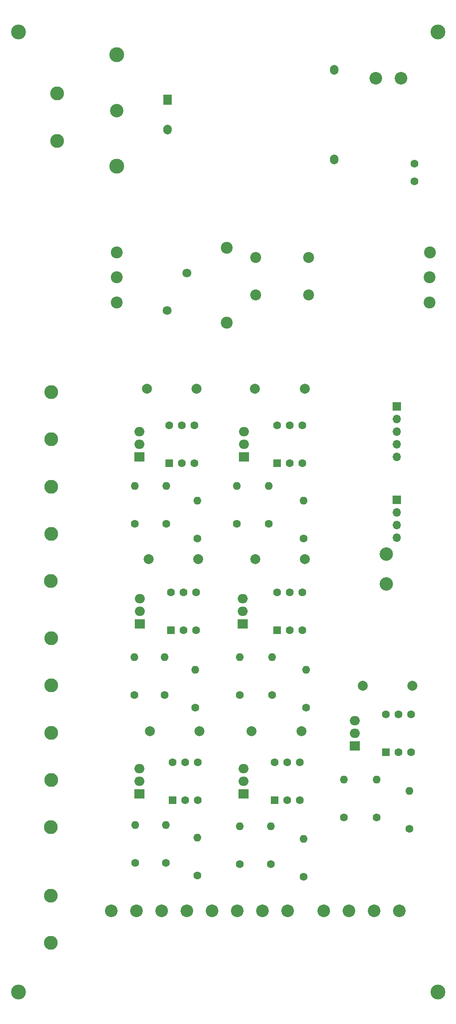
<source format=gbr>
%TF.GenerationSoftware,KiCad,Pcbnew,9.0.1*%
%TF.CreationDate,2025-08-23T12:55:39+03:00*%
%TF.ProjectId,smart meter,736d6172-7420-46d6-9574-65722e6b6963,rev?*%
%TF.SameCoordinates,Original*%
%TF.FileFunction,Soldermask,Bot*%
%TF.FilePolarity,Negative*%
%FSLAX46Y46*%
G04 Gerber Fmt 4.6, Leading zero omitted, Abs format (unit mm)*
G04 Created by KiCad (PCBNEW 9.0.1) date 2025-08-23 12:55:39*
%MOMM*%
%LPD*%
G01*
G04 APERTURE LIST*
G04 Aperture macros list*
%AMRoundRect*
0 Rectangle with rounded corners*
0 $1 Rounding radius*
0 $2 $3 $4 $5 $6 $7 $8 $9 X,Y pos of 4 corners*
0 Add a 4 corners polygon primitive as box body*
4,1,4,$2,$3,$4,$5,$6,$7,$8,$9,$2,$3,0*
0 Add four circle primitives for the rounded corners*
1,1,$1+$1,$2,$3*
1,1,$1+$1,$4,$5*
1,1,$1+$1,$6,$7*
1,1,$1+$1,$8,$9*
0 Add four rect primitives between the rounded corners*
20,1,$1+$1,$2,$3,$4,$5,0*
20,1,$1+$1,$4,$5,$6,$7,0*
20,1,$1+$1,$6,$7,$8,$9,0*
20,1,$1+$1,$8,$9,$2,$3,0*%
G04 Aperture macros list end*
%ADD10C,1.800000*%
%ADD11C,2.000000*%
%ADD12R,1.700000X2.000000*%
%ADD13O,1.700000X2.000000*%
%ADD14C,3.000000*%
%ADD15RoundRect,0.250000X0.550000X-0.550000X0.550000X0.550000X-0.550000X0.550000X-0.550000X-0.550000X0*%
%ADD16C,1.600000*%
%ADD17O,1.600000X1.600000*%
%ADD18C,2.400000*%
%ADD19C,2.800000*%
%ADD20R,2.000000X1.905000*%
%ADD21O,2.000000X1.905000*%
%ADD22C,2.700000*%
%ADD23C,2.540000*%
%ADD24C,2.200000*%
%ADD25R,1.700000X1.700000*%
%ADD26O,1.700000X1.700000*%
G04 APERTURE END LIST*
D10*
%TO.C,RV1*%
X182245000Y-111379000D03*
X186245000Y-103879000D03*
%TD*%
D11*
%TO.C,C8*%
X210049800Y-161376600D03*
X200049800Y-161376600D03*
%TD*%
D12*
%TO.C,PS1*%
X182322700Y-68970300D03*
D13*
X182322700Y-74970300D03*
X215922700Y-62970300D03*
X215922700Y-80970300D03*
%TD*%
D14*
%TO.C,H4*%
X236829600Y-248564400D03*
%TD*%
D15*
%TO.C,U7*%
X204444000Y-175727600D03*
D16*
X206984000Y-175727600D03*
X209524000Y-175727600D03*
X209524000Y-168107600D03*
X206984000Y-168107600D03*
X204444000Y-168107600D03*
%TD*%
D11*
%TO.C,C6*%
X209308100Y-196022200D03*
X199308100Y-196022200D03*
%TD*%
D16*
%TO.C,R4*%
X175685900Y-188722000D03*
D17*
X175685900Y-181102000D03*
%TD*%
D16*
%TO.C,R16*%
X196900200Y-188722000D03*
D17*
X196900200Y-181102000D03*
%TD*%
D16*
%TO.C,R21*%
X209804000Y-157226000D03*
D17*
X209804000Y-149606000D03*
%TD*%
D18*
%TO.C,C1*%
X194310000Y-98799000D03*
X194310000Y-113799000D03*
%TD*%
D19*
%TO.C,J4*%
X158840500Y-229113000D03*
X158840500Y-238633000D03*
%TD*%
D16*
%TO.C,R10*%
X196926200Y-222758000D03*
D17*
X196926200Y-215138000D03*
%TD*%
D16*
%TO.C,R6*%
X187960000Y-191262000D03*
D17*
X187960000Y-183642000D03*
%TD*%
D20*
%TO.C,Q2*%
X176754900Y-174462600D03*
D21*
X176754900Y-171922600D03*
X176754900Y-169382600D03*
%TD*%
D18*
%TO.C,U9*%
X235214000Y-99688000D03*
X235204000Y-104678000D03*
X235204000Y-109728000D03*
X172114000Y-99688000D03*
X172104000Y-104678000D03*
X172104000Y-109728000D03*
%TD*%
D22*
%TO.C,F1*%
X172110400Y-71120000D03*
D14*
X172110400Y-59870000D03*
X172110400Y-82370000D03*
%TD*%
D15*
%TO.C,U6*%
X226391100Y-200253000D03*
D16*
X228931100Y-200253000D03*
X231471100Y-200253000D03*
X231471100Y-192633000D03*
X228931100Y-192633000D03*
X226391100Y-192633000D03*
%TD*%
D14*
%TO.C,H1*%
X152247600Y-55321200D03*
%TD*%
D20*
%TO.C,Q5*%
X220091900Y-198988000D03*
D21*
X220091900Y-196448000D03*
X220091900Y-193908000D03*
%TD*%
D16*
%TO.C,R3*%
X188369600Y-225044000D03*
D17*
X188369600Y-217424000D03*
%TD*%
D23*
%TO.C,J1*%
X213868000Y-232156000D03*
X218948000Y-232156000D03*
X224028000Y-232156000D03*
X229108000Y-232156000D03*
%TD*%
D15*
%TO.C,U8*%
X204425900Y-142123400D03*
D16*
X206965900Y-142123400D03*
X209505900Y-142123400D03*
X209505900Y-134503400D03*
X206965900Y-134503400D03*
X204425900Y-134503400D03*
%TD*%
D11*
%TO.C,C7*%
X231717500Y-186923000D03*
X221717500Y-186923000D03*
%TD*%
D16*
%TO.C,C2*%
X232105200Y-85344000D03*
X232105200Y-81844000D03*
%TD*%
D15*
%TO.C,U4*%
X182718100Y-142123400D03*
D16*
X185258100Y-142123400D03*
X187798100Y-142123400D03*
X187798100Y-134503400D03*
X185258100Y-134503400D03*
X182718100Y-134503400D03*
%TD*%
%TO.C,R5*%
X181705700Y-188722000D03*
D17*
X181705700Y-181102000D03*
%TD*%
D16*
%TO.C,R19*%
X196323300Y-154290000D03*
D17*
X196323300Y-146670000D03*
%TD*%
D14*
%TO.C,H2*%
X236829600Y-55321200D03*
%TD*%
D19*
%TO.C,J8*%
X158845500Y-177334000D03*
X158845500Y-186854000D03*
X158860000Y-196360000D03*
X158860000Y-205854000D03*
X158818000Y-215322000D03*
%TD*%
D16*
%TO.C,R15*%
X231140000Y-215646000D03*
D17*
X231140000Y-208026000D03*
%TD*%
D23*
%TO.C,J6*%
X229411600Y-64665200D03*
X224331600Y-64665200D03*
%TD*%
D16*
%TO.C,R1*%
X175796600Y-222504000D03*
D17*
X175796600Y-214884000D03*
%TD*%
D11*
%TO.C,C5*%
X188200700Y-127162800D03*
X178200700Y-127162800D03*
%TD*%
D16*
%TO.C,R7*%
X175758500Y-154290000D03*
D17*
X175758500Y-146670000D03*
%TD*%
D20*
%TO.C,Q1*%
X176669600Y-208646000D03*
D21*
X176669600Y-206106000D03*
X176669600Y-203566000D03*
%TD*%
D16*
%TO.C,R12*%
X209804000Y-225298000D03*
D17*
X209804000Y-217678000D03*
%TD*%
D14*
%TO.C,H3*%
X152247600Y-248564400D03*
%TD*%
D16*
%TO.C,R9*%
X188356900Y-157226000D03*
D17*
X188356900Y-149606000D03*
%TD*%
D11*
%TO.C,C9*%
X209984700Y-127162800D03*
X199984700Y-127162800D03*
%TD*%
D20*
%TO.C,Q4*%
X197700300Y-208646000D03*
D21*
X197700300Y-206106000D03*
X197700300Y-203566000D03*
%TD*%
D16*
%TO.C,R8*%
X182057700Y-154290000D03*
D17*
X182057700Y-146670000D03*
%TD*%
D19*
%TO.C,J5*%
X160079600Y-67696000D03*
X160079600Y-77216000D03*
%TD*%
D20*
%TO.C,Q3*%
X176682300Y-140858400D03*
D21*
X176682300Y-138318400D03*
X176682300Y-135778400D03*
%TD*%
D11*
%TO.C,C4*%
X188512900Y-161376600D03*
X178512900Y-161376600D03*
%TD*%
D24*
%TO.C,L1*%
X200120000Y-100704000D03*
X210820000Y-100704000D03*
X210820000Y-108204000D03*
X200120000Y-108204000D03*
%TD*%
D25*
%TO.C,U1*%
X228558600Y-130700800D03*
D22*
X226443600Y-160420800D03*
D26*
X228573600Y-157120800D03*
D25*
X228573600Y-149500800D03*
D26*
X228573600Y-152040800D03*
X228573600Y-154580800D03*
D22*
X226443600Y-166420800D03*
D26*
X228558600Y-140860800D03*
X228558600Y-135780800D03*
X228558600Y-138320800D03*
X228558600Y-133240800D03*
%TD*%
D16*
%TO.C,R20*%
X202749500Y-154290000D03*
D17*
X202749500Y-146670000D03*
%TD*%
D16*
%TO.C,R11*%
X203200000Y-222758000D03*
D17*
X203200000Y-215138000D03*
%TD*%
D16*
%TO.C,R13*%
X217932000Y-213360000D03*
D17*
X217932000Y-205740000D03*
%TD*%
D19*
%TO.C,J7*%
X158845500Y-127792400D03*
X158845500Y-137312400D03*
X158860000Y-146818400D03*
X158860000Y-156312400D03*
X158818000Y-165780400D03*
%TD*%
D16*
%TO.C,R2*%
X181968800Y-222504000D03*
D17*
X181968800Y-214884000D03*
%TD*%
D20*
%TO.C,Q6*%
X197484400Y-174462600D03*
D21*
X197484400Y-171922600D03*
X197484400Y-169382600D03*
%TD*%
D16*
%TO.C,R18*%
X210312000Y-191262000D03*
D17*
X210312000Y-183642000D03*
%TD*%
D23*
%TO.C,J2*%
X170996000Y-232176000D03*
X176076000Y-232176000D03*
X181156000Y-232176000D03*
X186236000Y-232176000D03*
X191316000Y-232156000D03*
X196396000Y-232156000D03*
X201476000Y-232156000D03*
X206556000Y-232156000D03*
%TD*%
D15*
%TO.C,U5*%
X203948700Y-209911000D03*
D16*
X206488700Y-209911000D03*
X209028700Y-209911000D03*
X209028700Y-202291000D03*
X206488700Y-202291000D03*
X203948700Y-202291000D03*
%TD*%
D20*
%TO.C,Q7*%
X197745700Y-140858400D03*
D21*
X197745700Y-138318400D03*
X197745700Y-135778400D03*
%TD*%
D15*
%TO.C,U2*%
X183315000Y-209911000D03*
D16*
X185855000Y-209911000D03*
X188395000Y-209911000D03*
X188395000Y-202291000D03*
X185855000Y-202291000D03*
X183315000Y-202291000D03*
%TD*%
D11*
%TO.C,C3*%
X188797600Y-196022200D03*
X178797600Y-196022200D03*
%TD*%
D16*
%TO.C,R14*%
X224536000Y-213360000D03*
D17*
X224536000Y-205740000D03*
%TD*%
D15*
%TO.C,U3*%
X183030300Y-175727600D03*
D16*
X185570300Y-175727600D03*
X188110300Y-175727600D03*
X188110300Y-168107600D03*
X185570300Y-168107600D03*
X183030300Y-168107600D03*
%TD*%
%TO.C,R17*%
X203453400Y-188722000D03*
D17*
X203453400Y-181102000D03*
%TD*%
M02*

</source>
